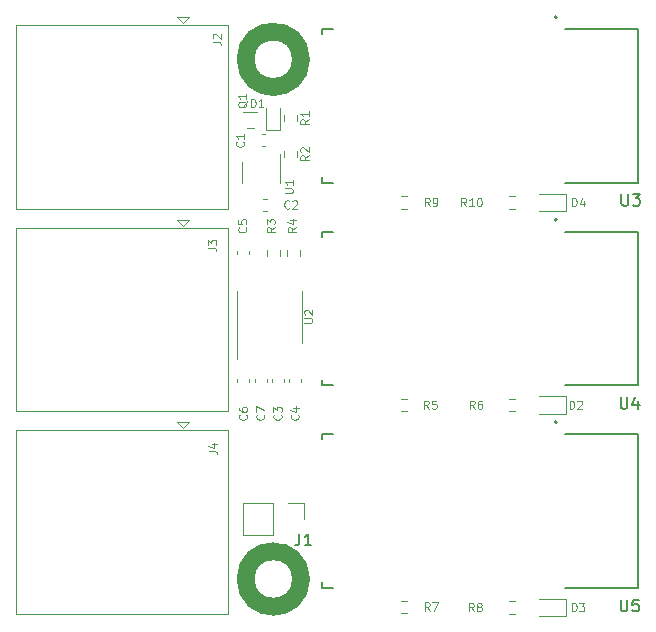
<source format=gbr>
%TF.GenerationSoftware,KiCad,Pcbnew,(5.1.9)-1*%
%TF.CreationDate,2021-01-06T02:37:49+01:00*%
%TF.ProjectId,SerialBT-Flarm-2.0,53657269-616c-4425-942d-466c61726d2d,2.0*%
%TF.SameCoordinates,Original*%
%TF.FileFunction,Legend,Top*%
%TF.FilePolarity,Positive*%
%FSLAX46Y46*%
G04 Gerber Fmt 4.6, Leading zero omitted, Abs format (unit mm)*
G04 Created by KiCad (PCBNEW (5.1.9)-1) date 2021-01-06 02:37:49*
%MOMM*%
%LPD*%
G01*
G04 APERTURE LIST*
%ADD10C,1.500000*%
%ADD11C,0.120000*%
%ADD12C,0.200000*%
%ADD13C,0.127000*%
%ADD14C,0.150000*%
%ADD15C,0.100000*%
G04 APERTURE END LIST*
D10*
X148007500Y-113340000D02*
G75*
G03*
X148007500Y-113340000I-2350000J0D01*
G01*
X148007500Y-69340000D02*
G75*
G03*
X148007500Y-69340000I-2350000J0D01*
G01*
D11*
%TO.C,J1*%
X148269000Y-106937500D02*
X148269000Y-108267500D01*
X146939000Y-106937500D02*
X148269000Y-106937500D01*
X145669000Y-106937500D02*
X145669000Y-109597500D01*
X145669000Y-109597500D02*
X143069000Y-109597500D01*
X145669000Y-106937500D02*
X143069000Y-106937500D01*
X143069000Y-106937500D02*
X143069000Y-109597500D01*
D12*
%TO.C,U3*%
X169668000Y-65779000D02*
G75*
G03*
X169668000Y-65779000I-100000J0D01*
G01*
D13*
X176518000Y-79779000D02*
X170381500Y-79779000D01*
X176518000Y-66779000D02*
X176518000Y-79779000D01*
X170381500Y-66779000D02*
X176518000Y-66779000D01*
X149818000Y-79779000D02*
X150754500Y-79779000D01*
X149818000Y-79342500D02*
X149818000Y-79779000D01*
X149818000Y-66779000D02*
X149818000Y-67215500D01*
X150754500Y-66779000D02*
X149818000Y-66779000D01*
D12*
%TO.C,U5*%
X169668000Y-100069000D02*
G75*
G03*
X169668000Y-100069000I-100000J0D01*
G01*
D13*
X176518000Y-114069000D02*
X170381500Y-114069000D01*
X176518000Y-101069000D02*
X176518000Y-114069000D01*
X170381500Y-101069000D02*
X176518000Y-101069000D01*
X149818000Y-114069000D02*
X150754500Y-114069000D01*
X149818000Y-113632500D02*
X149818000Y-114069000D01*
X149818000Y-101069000D02*
X149818000Y-101505500D01*
X150754500Y-101069000D02*
X149818000Y-101069000D01*
D12*
%TO.C,U4*%
X169668000Y-82924000D02*
G75*
G03*
X169668000Y-82924000I-100000J0D01*
G01*
D13*
X176518000Y-96924000D02*
X170381500Y-96924000D01*
X176518000Y-83924000D02*
X176518000Y-96924000D01*
X170381500Y-83924000D02*
X176518000Y-83924000D01*
X149818000Y-96924000D02*
X150754500Y-96924000D01*
X149818000Y-96487500D02*
X149818000Y-96924000D01*
X149818000Y-83924000D02*
X149818000Y-84360500D01*
X150754500Y-83924000D02*
X149818000Y-83924000D01*
D11*
%TO.C,R10*%
X165624742Y-80948000D02*
X166099258Y-80948000D01*
X165624742Y-81993000D02*
X166099258Y-81993000D01*
%TO.C,R9*%
X156955258Y-81993000D02*
X156480742Y-81993000D01*
X156955258Y-80948000D02*
X156480742Y-80948000D01*
%TO.C,D4*%
X168173500Y-82205500D02*
X170458500Y-82205500D01*
X170458500Y-82205500D02*
X170458500Y-80735500D01*
X170458500Y-80735500D02*
X168173500Y-80735500D01*
%TO.C,J4*%
X137485500Y-100076500D02*
X137985500Y-100576500D01*
X138485500Y-100076500D02*
X137485500Y-100076500D01*
X137985500Y-100576500D02*
X138485500Y-100076500D01*
X123905500Y-100761500D02*
X123905500Y-116281500D01*
X141865500Y-116281500D02*
X123905500Y-116281500D01*
X141865500Y-116281500D02*
X141865500Y-100761500D01*
X141865500Y-100761500D02*
X123905500Y-100761500D01*
%TO.C,U2*%
X148086500Y-91122500D02*
X148086500Y-88922500D01*
X148086500Y-91122500D02*
X148086500Y-93322500D01*
X142616500Y-91122500D02*
X142616500Y-88922500D01*
X142616500Y-91122500D02*
X142616500Y-94722500D01*
%TO.C,U1*%
X143043000Y-78030500D02*
X143043000Y-79830500D01*
X146263000Y-79830500D02*
X146263000Y-77380500D01*
%TO.C,R8*%
X166099258Y-116283000D02*
X165624742Y-116283000D01*
X166099258Y-115238000D02*
X165624742Y-115238000D01*
%TO.C,R7*%
X156955258Y-116219500D02*
X156480742Y-116219500D01*
X156955258Y-115174500D02*
X156480742Y-115174500D01*
%TO.C,R6*%
X165624742Y-98093000D02*
X166099258Y-98093000D01*
X165624742Y-99138000D02*
X166099258Y-99138000D01*
%TO.C,R5*%
X156955258Y-99138000D02*
X156480742Y-99138000D01*
X156955258Y-98093000D02*
X156480742Y-98093000D01*
%TO.C,R4*%
X147906000Y-85487742D02*
X147906000Y-85962258D01*
X146861000Y-85487742D02*
X146861000Y-85962258D01*
%TO.C,R3*%
X146191500Y-85487742D02*
X146191500Y-85962258D01*
X145146500Y-85487742D02*
X145146500Y-85962258D01*
%TO.C,R2*%
X147652000Y-77105242D02*
X147652000Y-77579758D01*
X146607000Y-77105242D02*
X146607000Y-77579758D01*
%TO.C,R1*%
X147652000Y-74057742D02*
X147652000Y-74532258D01*
X146607000Y-74057742D02*
X146607000Y-74532258D01*
%TO.C,Q1*%
X144264000Y-73785500D02*
X143064000Y-73785500D01*
X143064000Y-73785500D02*
X143064000Y-73785500D01*
X144064000Y-75185500D02*
X143464000Y-75185500D01*
%TO.C,J3*%
X141865500Y-83616500D02*
X123905500Y-83616500D01*
X141865500Y-99136500D02*
X141865500Y-83616500D01*
X141865500Y-99136500D02*
X123905500Y-99136500D01*
X123905500Y-83616500D02*
X123905500Y-99136500D01*
X137985500Y-83431500D02*
X138485500Y-82931500D01*
X138485500Y-82931500D02*
X137485500Y-82931500D01*
X137485500Y-82931500D02*
X137985500Y-83431500D01*
%TO.C,J2*%
X141865500Y-66471500D02*
X123905500Y-66471500D01*
X141865500Y-81991500D02*
X141865500Y-66471500D01*
X141865500Y-81991500D02*
X123905500Y-81991500D01*
X123905500Y-66471500D02*
X123905500Y-81991500D01*
X137985500Y-66286500D02*
X138485500Y-65786500D01*
X138485500Y-65786500D02*
X137485500Y-65786500D01*
X137485500Y-65786500D02*
X137985500Y-66286500D01*
%TO.C,D3*%
X168173500Y-116495500D02*
X170458500Y-116495500D01*
X170458500Y-116495500D02*
X170458500Y-115025500D01*
X170458500Y-115025500D02*
X168173500Y-115025500D01*
%TO.C,D2*%
X168173500Y-99350500D02*
X170458500Y-99350500D01*
X170458500Y-99350500D02*
X170458500Y-97880500D01*
X170458500Y-97880500D02*
X168173500Y-97880500D01*
%TO.C,D1*%
X145005500Y-75318000D02*
X146205500Y-75318000D01*
X145005500Y-73468000D02*
X145005500Y-75318000D01*
X146205500Y-73468000D02*
X146205500Y-75318000D01*
%TO.C,C7*%
X145099500Y-96379420D02*
X145099500Y-96660580D01*
X144079500Y-96379420D02*
X144079500Y-96660580D01*
%TO.C,C6*%
X143639000Y-96379420D02*
X143639000Y-96660580D01*
X142619000Y-96379420D02*
X142619000Y-96660580D01*
%TO.C,C5*%
X142555500Y-85865580D02*
X142555500Y-85584420D01*
X143575500Y-85865580D02*
X143575500Y-85584420D01*
%TO.C,C4*%
X148020500Y-96379420D02*
X148020500Y-96660580D01*
X147000500Y-96379420D02*
X147000500Y-96660580D01*
%TO.C,C3*%
X146560000Y-96379420D02*
X146560000Y-96660580D01*
X145540000Y-96379420D02*
X145540000Y-96660580D01*
%TO.C,C2*%
X145111080Y-82171000D02*
X144829920Y-82171000D01*
X145111080Y-81151000D02*
X144829920Y-81151000D01*
%TO.C,C1*%
X144984080Y-76710000D02*
X144702920Y-76710000D01*
X144984080Y-75690000D02*
X144702920Y-75690000D01*
%TO.C,J1*%
D14*
X147875666Y-109497880D02*
X147875666Y-110212166D01*
X147828047Y-110355023D01*
X147732809Y-110450261D01*
X147589952Y-110497880D01*
X147494714Y-110497880D01*
X148875666Y-110497880D02*
X148304238Y-110497880D01*
X148589952Y-110497880D02*
X148589952Y-109497880D01*
X148494714Y-109640738D01*
X148399476Y-109735976D01*
X148304238Y-109783595D01*
%TO.C,U3*%
X175133095Y-80732380D02*
X175133095Y-81541904D01*
X175180714Y-81637142D01*
X175228333Y-81684761D01*
X175323571Y-81732380D01*
X175514047Y-81732380D01*
X175609285Y-81684761D01*
X175656904Y-81637142D01*
X175704523Y-81541904D01*
X175704523Y-80732380D01*
X176085476Y-80732380D02*
X176704523Y-80732380D01*
X176371190Y-81113333D01*
X176514047Y-81113333D01*
X176609285Y-81160952D01*
X176656904Y-81208571D01*
X176704523Y-81303809D01*
X176704523Y-81541904D01*
X176656904Y-81637142D01*
X176609285Y-81684761D01*
X176514047Y-81732380D01*
X176228333Y-81732380D01*
X176133095Y-81684761D01*
X176085476Y-81637142D01*
%TO.C,U5*%
X175069595Y-115085880D02*
X175069595Y-115895404D01*
X175117214Y-115990642D01*
X175164833Y-116038261D01*
X175260071Y-116085880D01*
X175450547Y-116085880D01*
X175545785Y-116038261D01*
X175593404Y-115990642D01*
X175641023Y-115895404D01*
X175641023Y-115085880D01*
X176593404Y-115085880D02*
X176117214Y-115085880D01*
X176069595Y-115562071D01*
X176117214Y-115514452D01*
X176212452Y-115466833D01*
X176450547Y-115466833D01*
X176545785Y-115514452D01*
X176593404Y-115562071D01*
X176641023Y-115657309D01*
X176641023Y-115895404D01*
X176593404Y-115990642D01*
X176545785Y-116038261D01*
X176450547Y-116085880D01*
X176212452Y-116085880D01*
X176117214Y-116038261D01*
X176069595Y-115990642D01*
%TO.C,U4*%
X175069595Y-97940880D02*
X175069595Y-98750404D01*
X175117214Y-98845642D01*
X175164833Y-98893261D01*
X175260071Y-98940880D01*
X175450547Y-98940880D01*
X175545785Y-98893261D01*
X175593404Y-98845642D01*
X175641023Y-98750404D01*
X175641023Y-97940880D01*
X176545785Y-98274214D02*
X176545785Y-98940880D01*
X176307690Y-97893261D02*
X176069595Y-98607547D01*
X176688642Y-98607547D01*
%TO.C,R10*%
D15*
X161983000Y-81787166D02*
X161749666Y-81453833D01*
X161583000Y-81787166D02*
X161583000Y-81087166D01*
X161849666Y-81087166D01*
X161916333Y-81120500D01*
X161949666Y-81153833D01*
X161983000Y-81220500D01*
X161983000Y-81320500D01*
X161949666Y-81387166D01*
X161916333Y-81420500D01*
X161849666Y-81453833D01*
X161583000Y-81453833D01*
X162649666Y-81787166D02*
X162249666Y-81787166D01*
X162449666Y-81787166D02*
X162449666Y-81087166D01*
X162383000Y-81187166D01*
X162316333Y-81253833D01*
X162249666Y-81287166D01*
X163083000Y-81087166D02*
X163149666Y-81087166D01*
X163216333Y-81120500D01*
X163249666Y-81153833D01*
X163283000Y-81220500D01*
X163316333Y-81353833D01*
X163316333Y-81520500D01*
X163283000Y-81653833D01*
X163249666Y-81720500D01*
X163216333Y-81753833D01*
X163149666Y-81787166D01*
X163083000Y-81787166D01*
X163016333Y-81753833D01*
X162983000Y-81720500D01*
X162949666Y-81653833D01*
X162916333Y-81520500D01*
X162916333Y-81353833D01*
X162949666Y-81220500D01*
X162983000Y-81153833D01*
X163016333Y-81120500D01*
X163083000Y-81087166D01*
%TO.C,R9*%
X158887333Y-81787166D02*
X158654000Y-81453833D01*
X158487333Y-81787166D02*
X158487333Y-81087166D01*
X158754000Y-81087166D01*
X158820666Y-81120500D01*
X158854000Y-81153833D01*
X158887333Y-81220500D01*
X158887333Y-81320500D01*
X158854000Y-81387166D01*
X158820666Y-81420500D01*
X158754000Y-81453833D01*
X158487333Y-81453833D01*
X159220666Y-81787166D02*
X159354000Y-81787166D01*
X159420666Y-81753833D01*
X159454000Y-81720500D01*
X159520666Y-81620500D01*
X159554000Y-81487166D01*
X159554000Y-81220500D01*
X159520666Y-81153833D01*
X159487333Y-81120500D01*
X159420666Y-81087166D01*
X159287333Y-81087166D01*
X159220666Y-81120500D01*
X159187333Y-81153833D01*
X159154000Y-81220500D01*
X159154000Y-81387166D01*
X159187333Y-81453833D01*
X159220666Y-81487166D01*
X159287333Y-81520500D01*
X159420666Y-81520500D01*
X159487333Y-81487166D01*
X159520666Y-81453833D01*
X159554000Y-81387166D01*
%TO.C,D4*%
X170933333Y-81787166D02*
X170933333Y-81087166D01*
X171100000Y-81087166D01*
X171200000Y-81120500D01*
X171266666Y-81187166D01*
X171300000Y-81253833D01*
X171333333Y-81387166D01*
X171333333Y-81487166D01*
X171300000Y-81620500D01*
X171266666Y-81687166D01*
X171200000Y-81753833D01*
X171100000Y-81787166D01*
X170933333Y-81787166D01*
X171933333Y-81320500D02*
X171933333Y-81787166D01*
X171766666Y-81053833D02*
X171600000Y-81553833D01*
X172033333Y-81553833D01*
%TO.C,J4*%
X140205666Y-102531833D02*
X140705666Y-102531833D01*
X140805666Y-102565166D01*
X140872333Y-102631833D01*
X140905666Y-102731833D01*
X140905666Y-102798500D01*
X140439000Y-101898500D02*
X140905666Y-101898500D01*
X140172333Y-102065166D02*
X140672333Y-102231833D01*
X140672333Y-101798500D01*
%TO.C,U2*%
X148270166Y-91655833D02*
X148836833Y-91655833D01*
X148903500Y-91622500D01*
X148936833Y-91589166D01*
X148970166Y-91522500D01*
X148970166Y-91389166D01*
X148936833Y-91322500D01*
X148903500Y-91289166D01*
X148836833Y-91255833D01*
X148270166Y-91255833D01*
X148336833Y-90955833D02*
X148303500Y-90922500D01*
X148270166Y-90855833D01*
X148270166Y-90689166D01*
X148303500Y-90622500D01*
X148336833Y-90589166D01*
X148403500Y-90555833D01*
X148470166Y-90555833D01*
X148570166Y-90589166D01*
X148970166Y-90989166D01*
X148970166Y-90555833D01*
%TO.C,U1*%
X146619166Y-80670333D02*
X147185833Y-80670333D01*
X147252500Y-80637000D01*
X147285833Y-80603666D01*
X147319166Y-80537000D01*
X147319166Y-80403666D01*
X147285833Y-80337000D01*
X147252500Y-80303666D01*
X147185833Y-80270333D01*
X146619166Y-80270333D01*
X147319166Y-79570333D02*
X147319166Y-79970333D01*
X147319166Y-79770333D02*
X146619166Y-79770333D01*
X146719166Y-79837000D01*
X146785833Y-79903666D01*
X146819166Y-79970333D01*
%TO.C,R8*%
X162633833Y-116077166D02*
X162400500Y-115743833D01*
X162233833Y-116077166D02*
X162233833Y-115377166D01*
X162500500Y-115377166D01*
X162567166Y-115410500D01*
X162600500Y-115443833D01*
X162633833Y-115510500D01*
X162633833Y-115610500D01*
X162600500Y-115677166D01*
X162567166Y-115710500D01*
X162500500Y-115743833D01*
X162233833Y-115743833D01*
X163033833Y-115677166D02*
X162967166Y-115643833D01*
X162933833Y-115610500D01*
X162900500Y-115543833D01*
X162900500Y-115510500D01*
X162933833Y-115443833D01*
X162967166Y-115410500D01*
X163033833Y-115377166D01*
X163167166Y-115377166D01*
X163233833Y-115410500D01*
X163267166Y-115443833D01*
X163300500Y-115510500D01*
X163300500Y-115543833D01*
X163267166Y-115610500D01*
X163233833Y-115643833D01*
X163167166Y-115677166D01*
X163033833Y-115677166D01*
X162967166Y-115710500D01*
X162933833Y-115743833D01*
X162900500Y-115810500D01*
X162900500Y-115943833D01*
X162933833Y-116010500D01*
X162967166Y-116043833D01*
X163033833Y-116077166D01*
X163167166Y-116077166D01*
X163233833Y-116043833D01*
X163267166Y-116010500D01*
X163300500Y-115943833D01*
X163300500Y-115810500D01*
X163267166Y-115743833D01*
X163233833Y-115710500D01*
X163167166Y-115677166D01*
%TO.C,R7*%
X158887333Y-116013666D02*
X158654000Y-115680333D01*
X158487333Y-116013666D02*
X158487333Y-115313666D01*
X158754000Y-115313666D01*
X158820666Y-115347000D01*
X158854000Y-115380333D01*
X158887333Y-115447000D01*
X158887333Y-115547000D01*
X158854000Y-115613666D01*
X158820666Y-115647000D01*
X158754000Y-115680333D01*
X158487333Y-115680333D01*
X159120666Y-115313666D02*
X159587333Y-115313666D01*
X159287333Y-116013666D01*
%TO.C,R6*%
X162697333Y-98932166D02*
X162464000Y-98598833D01*
X162297333Y-98932166D02*
X162297333Y-98232166D01*
X162564000Y-98232166D01*
X162630666Y-98265500D01*
X162664000Y-98298833D01*
X162697333Y-98365500D01*
X162697333Y-98465500D01*
X162664000Y-98532166D01*
X162630666Y-98565500D01*
X162564000Y-98598833D01*
X162297333Y-98598833D01*
X163297333Y-98232166D02*
X163164000Y-98232166D01*
X163097333Y-98265500D01*
X163064000Y-98298833D01*
X162997333Y-98398833D01*
X162964000Y-98532166D01*
X162964000Y-98798833D01*
X162997333Y-98865500D01*
X163030666Y-98898833D01*
X163097333Y-98932166D01*
X163230666Y-98932166D01*
X163297333Y-98898833D01*
X163330666Y-98865500D01*
X163364000Y-98798833D01*
X163364000Y-98632166D01*
X163330666Y-98565500D01*
X163297333Y-98532166D01*
X163230666Y-98498833D01*
X163097333Y-98498833D01*
X163030666Y-98532166D01*
X162997333Y-98565500D01*
X162964000Y-98632166D01*
%TO.C,R5*%
X158823833Y-98932166D02*
X158590500Y-98598833D01*
X158423833Y-98932166D02*
X158423833Y-98232166D01*
X158690500Y-98232166D01*
X158757166Y-98265500D01*
X158790500Y-98298833D01*
X158823833Y-98365500D01*
X158823833Y-98465500D01*
X158790500Y-98532166D01*
X158757166Y-98565500D01*
X158690500Y-98598833D01*
X158423833Y-98598833D01*
X159457166Y-98232166D02*
X159123833Y-98232166D01*
X159090500Y-98565500D01*
X159123833Y-98532166D01*
X159190500Y-98498833D01*
X159357166Y-98498833D01*
X159423833Y-98532166D01*
X159457166Y-98565500D01*
X159490500Y-98632166D01*
X159490500Y-98798833D01*
X159457166Y-98865500D01*
X159423833Y-98898833D01*
X159357166Y-98932166D01*
X159190500Y-98932166D01*
X159123833Y-98898833D01*
X159090500Y-98865500D01*
%TO.C,R4*%
X147573166Y-83555666D02*
X147239833Y-83789000D01*
X147573166Y-83955666D02*
X146873166Y-83955666D01*
X146873166Y-83689000D01*
X146906500Y-83622333D01*
X146939833Y-83589000D01*
X147006500Y-83555666D01*
X147106500Y-83555666D01*
X147173166Y-83589000D01*
X147206500Y-83622333D01*
X147239833Y-83689000D01*
X147239833Y-83955666D01*
X147106500Y-82955666D02*
X147573166Y-82955666D01*
X146839833Y-83122333D02*
X147339833Y-83289000D01*
X147339833Y-82855666D01*
%TO.C,R3*%
X145795166Y-83555666D02*
X145461833Y-83789000D01*
X145795166Y-83955666D02*
X145095166Y-83955666D01*
X145095166Y-83689000D01*
X145128500Y-83622333D01*
X145161833Y-83589000D01*
X145228500Y-83555666D01*
X145328500Y-83555666D01*
X145395166Y-83589000D01*
X145428500Y-83622333D01*
X145461833Y-83689000D01*
X145461833Y-83955666D01*
X145095166Y-83322333D02*
X145095166Y-82889000D01*
X145361833Y-83122333D01*
X145361833Y-83022333D01*
X145395166Y-82955666D01*
X145428500Y-82922333D01*
X145495166Y-82889000D01*
X145661833Y-82889000D01*
X145728500Y-82922333D01*
X145761833Y-82955666D01*
X145795166Y-83022333D01*
X145795166Y-83222333D01*
X145761833Y-83289000D01*
X145728500Y-83322333D01*
%TO.C,R2*%
X148652666Y-77459166D02*
X148319333Y-77692500D01*
X148652666Y-77859166D02*
X147952666Y-77859166D01*
X147952666Y-77592500D01*
X147986000Y-77525833D01*
X148019333Y-77492500D01*
X148086000Y-77459166D01*
X148186000Y-77459166D01*
X148252666Y-77492500D01*
X148286000Y-77525833D01*
X148319333Y-77592500D01*
X148319333Y-77859166D01*
X148019333Y-77192500D02*
X147986000Y-77159166D01*
X147952666Y-77092500D01*
X147952666Y-76925833D01*
X147986000Y-76859166D01*
X148019333Y-76825833D01*
X148086000Y-76792500D01*
X148152666Y-76792500D01*
X148252666Y-76825833D01*
X148652666Y-77225833D01*
X148652666Y-76792500D01*
%TO.C,R1*%
X148652666Y-74411666D02*
X148319333Y-74645000D01*
X148652666Y-74811666D02*
X147952666Y-74811666D01*
X147952666Y-74545000D01*
X147986000Y-74478333D01*
X148019333Y-74445000D01*
X148086000Y-74411666D01*
X148186000Y-74411666D01*
X148252666Y-74445000D01*
X148286000Y-74478333D01*
X148319333Y-74545000D01*
X148319333Y-74811666D01*
X148652666Y-73745000D02*
X148652666Y-74145000D01*
X148652666Y-73945000D02*
X147952666Y-73945000D01*
X148052666Y-74011666D01*
X148119333Y-74078333D01*
X148152666Y-74145000D01*
%TO.C,Q1*%
X143448833Y-72901166D02*
X143415500Y-72967833D01*
X143348833Y-73034500D01*
X143248833Y-73134500D01*
X143215500Y-73201166D01*
X143215500Y-73267833D01*
X143382166Y-73234500D02*
X143348833Y-73301166D01*
X143282166Y-73367833D01*
X143148833Y-73401166D01*
X142915500Y-73401166D01*
X142782166Y-73367833D01*
X142715500Y-73301166D01*
X142682166Y-73234500D01*
X142682166Y-73101166D01*
X142715500Y-73034500D01*
X142782166Y-72967833D01*
X142915500Y-72934500D01*
X143148833Y-72934500D01*
X143282166Y-72967833D01*
X143348833Y-73034500D01*
X143382166Y-73101166D01*
X143382166Y-73234500D01*
X143382166Y-72267833D02*
X143382166Y-72667833D01*
X143382166Y-72467833D02*
X142682166Y-72467833D01*
X142782166Y-72534500D01*
X142848833Y-72601166D01*
X142882166Y-72667833D01*
%TO.C,J3*%
X140142166Y-85323333D02*
X140642166Y-85323333D01*
X140742166Y-85356666D01*
X140808833Y-85423333D01*
X140842166Y-85523333D01*
X140842166Y-85590000D01*
X140142166Y-85056666D02*
X140142166Y-84623333D01*
X140408833Y-84856666D01*
X140408833Y-84756666D01*
X140442166Y-84690000D01*
X140475500Y-84656666D01*
X140542166Y-84623333D01*
X140708833Y-84623333D01*
X140775500Y-84656666D01*
X140808833Y-84690000D01*
X140842166Y-84756666D01*
X140842166Y-84956666D01*
X140808833Y-85023333D01*
X140775500Y-85056666D01*
%TO.C,J2*%
X140523166Y-67860833D02*
X141023166Y-67860833D01*
X141123166Y-67894166D01*
X141189833Y-67960833D01*
X141223166Y-68060833D01*
X141223166Y-68127500D01*
X140589833Y-67560833D02*
X140556500Y-67527500D01*
X140523166Y-67460833D01*
X140523166Y-67294166D01*
X140556500Y-67227500D01*
X140589833Y-67194166D01*
X140656500Y-67160833D01*
X140723166Y-67160833D01*
X140823166Y-67194166D01*
X141223166Y-67594166D01*
X141223166Y-67160833D01*
%TO.C,D3*%
X170933333Y-116077166D02*
X170933333Y-115377166D01*
X171100000Y-115377166D01*
X171200000Y-115410500D01*
X171266666Y-115477166D01*
X171300000Y-115543833D01*
X171333333Y-115677166D01*
X171333333Y-115777166D01*
X171300000Y-115910500D01*
X171266666Y-115977166D01*
X171200000Y-116043833D01*
X171100000Y-116077166D01*
X170933333Y-116077166D01*
X171566666Y-115377166D02*
X172000000Y-115377166D01*
X171766666Y-115643833D01*
X171866666Y-115643833D01*
X171933333Y-115677166D01*
X171966666Y-115710500D01*
X172000000Y-115777166D01*
X172000000Y-115943833D01*
X171966666Y-116010500D01*
X171933333Y-116043833D01*
X171866666Y-116077166D01*
X171666666Y-116077166D01*
X171600000Y-116043833D01*
X171566666Y-116010500D01*
%TO.C,D2*%
X170742833Y-98932166D02*
X170742833Y-98232166D01*
X170909500Y-98232166D01*
X171009500Y-98265500D01*
X171076166Y-98332166D01*
X171109500Y-98398833D01*
X171142833Y-98532166D01*
X171142833Y-98632166D01*
X171109500Y-98765500D01*
X171076166Y-98832166D01*
X171009500Y-98898833D01*
X170909500Y-98932166D01*
X170742833Y-98932166D01*
X171409500Y-98298833D02*
X171442833Y-98265500D01*
X171509500Y-98232166D01*
X171676166Y-98232166D01*
X171742833Y-98265500D01*
X171776166Y-98298833D01*
X171809500Y-98365500D01*
X171809500Y-98432166D01*
X171776166Y-98532166D01*
X171376166Y-98932166D01*
X171809500Y-98932166D01*
%TO.C,D1*%
X143755333Y-73405166D02*
X143755333Y-72705166D01*
X143922000Y-72705166D01*
X144022000Y-72738500D01*
X144088666Y-72805166D01*
X144122000Y-72871833D01*
X144155333Y-73005166D01*
X144155333Y-73105166D01*
X144122000Y-73238500D01*
X144088666Y-73305166D01*
X144022000Y-73371833D01*
X143922000Y-73405166D01*
X143755333Y-73405166D01*
X144822000Y-73405166D02*
X144422000Y-73405166D01*
X144622000Y-73405166D02*
X144622000Y-72705166D01*
X144555333Y-72805166D01*
X144488666Y-72871833D01*
X144422000Y-72905166D01*
%TO.C,C7*%
X144839500Y-99430666D02*
X144872833Y-99464000D01*
X144906166Y-99564000D01*
X144906166Y-99630666D01*
X144872833Y-99730666D01*
X144806166Y-99797333D01*
X144739500Y-99830666D01*
X144606166Y-99864000D01*
X144506166Y-99864000D01*
X144372833Y-99830666D01*
X144306166Y-99797333D01*
X144239500Y-99730666D01*
X144206166Y-99630666D01*
X144206166Y-99564000D01*
X144239500Y-99464000D01*
X144272833Y-99430666D01*
X144206166Y-99197333D02*
X144206166Y-98730666D01*
X144906166Y-99030666D01*
%TO.C,C6*%
X143379000Y-99430666D02*
X143412333Y-99464000D01*
X143445666Y-99564000D01*
X143445666Y-99630666D01*
X143412333Y-99730666D01*
X143345666Y-99797333D01*
X143279000Y-99830666D01*
X143145666Y-99864000D01*
X143045666Y-99864000D01*
X142912333Y-99830666D01*
X142845666Y-99797333D01*
X142779000Y-99730666D01*
X142745666Y-99630666D01*
X142745666Y-99564000D01*
X142779000Y-99464000D01*
X142812333Y-99430666D01*
X142745666Y-98830666D02*
X142745666Y-98964000D01*
X142779000Y-99030666D01*
X142812333Y-99064000D01*
X142912333Y-99130666D01*
X143045666Y-99164000D01*
X143312333Y-99164000D01*
X143379000Y-99130666D01*
X143412333Y-99097333D01*
X143445666Y-99030666D01*
X143445666Y-98897333D01*
X143412333Y-98830666D01*
X143379000Y-98797333D01*
X143312333Y-98764000D01*
X143145666Y-98764000D01*
X143079000Y-98797333D01*
X143045666Y-98830666D01*
X143012333Y-98897333D01*
X143012333Y-99030666D01*
X143045666Y-99097333D01*
X143079000Y-99130666D01*
X143145666Y-99164000D01*
%TO.C,C5*%
X143315500Y-83555666D02*
X143348833Y-83589000D01*
X143382166Y-83689000D01*
X143382166Y-83755666D01*
X143348833Y-83855666D01*
X143282166Y-83922333D01*
X143215500Y-83955666D01*
X143082166Y-83989000D01*
X142982166Y-83989000D01*
X142848833Y-83955666D01*
X142782166Y-83922333D01*
X142715500Y-83855666D01*
X142682166Y-83755666D01*
X142682166Y-83689000D01*
X142715500Y-83589000D01*
X142748833Y-83555666D01*
X142682166Y-82922333D02*
X142682166Y-83255666D01*
X143015500Y-83289000D01*
X142982166Y-83255666D01*
X142948833Y-83189000D01*
X142948833Y-83022333D01*
X142982166Y-82955666D01*
X143015500Y-82922333D01*
X143082166Y-82889000D01*
X143248833Y-82889000D01*
X143315500Y-82922333D01*
X143348833Y-82955666D01*
X143382166Y-83022333D01*
X143382166Y-83189000D01*
X143348833Y-83255666D01*
X143315500Y-83289000D01*
%TO.C,C4*%
X147760500Y-99430666D02*
X147793833Y-99464000D01*
X147827166Y-99564000D01*
X147827166Y-99630666D01*
X147793833Y-99730666D01*
X147727166Y-99797333D01*
X147660500Y-99830666D01*
X147527166Y-99864000D01*
X147427166Y-99864000D01*
X147293833Y-99830666D01*
X147227166Y-99797333D01*
X147160500Y-99730666D01*
X147127166Y-99630666D01*
X147127166Y-99564000D01*
X147160500Y-99464000D01*
X147193833Y-99430666D01*
X147360500Y-98830666D02*
X147827166Y-98830666D01*
X147093833Y-98997333D02*
X147593833Y-99164000D01*
X147593833Y-98730666D01*
%TO.C,C3*%
X146300000Y-99430666D02*
X146333333Y-99464000D01*
X146366666Y-99564000D01*
X146366666Y-99630666D01*
X146333333Y-99730666D01*
X146266666Y-99797333D01*
X146200000Y-99830666D01*
X146066666Y-99864000D01*
X145966666Y-99864000D01*
X145833333Y-99830666D01*
X145766666Y-99797333D01*
X145700000Y-99730666D01*
X145666666Y-99630666D01*
X145666666Y-99564000D01*
X145700000Y-99464000D01*
X145733333Y-99430666D01*
X145666666Y-99197333D02*
X145666666Y-98764000D01*
X145933333Y-98997333D01*
X145933333Y-98897333D01*
X145966666Y-98830666D01*
X146000000Y-98797333D01*
X146066666Y-98764000D01*
X146233333Y-98764000D01*
X146300000Y-98797333D01*
X146333333Y-98830666D01*
X146366666Y-98897333D01*
X146366666Y-99097333D01*
X146333333Y-99164000D01*
X146300000Y-99197333D01*
%TO.C,C2*%
X147012833Y-81911000D02*
X146979500Y-81944333D01*
X146879500Y-81977666D01*
X146812833Y-81977666D01*
X146712833Y-81944333D01*
X146646166Y-81877666D01*
X146612833Y-81811000D01*
X146579500Y-81677666D01*
X146579500Y-81577666D01*
X146612833Y-81444333D01*
X146646166Y-81377666D01*
X146712833Y-81311000D01*
X146812833Y-81277666D01*
X146879500Y-81277666D01*
X146979500Y-81311000D01*
X147012833Y-81344333D01*
X147279500Y-81344333D02*
X147312833Y-81311000D01*
X147379500Y-81277666D01*
X147546166Y-81277666D01*
X147612833Y-81311000D01*
X147646166Y-81344333D01*
X147679500Y-81411000D01*
X147679500Y-81477666D01*
X147646166Y-81577666D01*
X147246166Y-81977666D01*
X147679500Y-81977666D01*
%TO.C,C1*%
X143125000Y-76316666D02*
X143158333Y-76350000D01*
X143191666Y-76450000D01*
X143191666Y-76516666D01*
X143158333Y-76616666D01*
X143091666Y-76683333D01*
X143025000Y-76716666D01*
X142891666Y-76750000D01*
X142791666Y-76750000D01*
X142658333Y-76716666D01*
X142591666Y-76683333D01*
X142525000Y-76616666D01*
X142491666Y-76516666D01*
X142491666Y-76450000D01*
X142525000Y-76350000D01*
X142558333Y-76316666D01*
X143191666Y-75650000D02*
X143191666Y-76050000D01*
X143191666Y-75850000D02*
X142491666Y-75850000D01*
X142591666Y-75916666D01*
X142658333Y-75983333D01*
X142691666Y-76050000D01*
%TD*%
M02*

</source>
